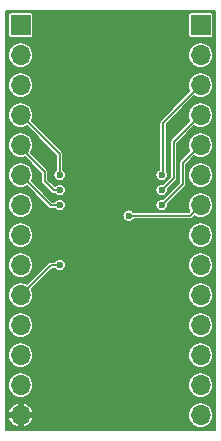
<source format=gbl>
G04 #@! TF.GenerationSoftware,KiCad,Pcbnew,(5.1.2-1)-1*
G04 #@! TF.CreationDate,2019-06-26T00:08:28-04:00*
G04 #@! TF.ProjectId,28SF8148,32385346-3831-4343-982e-6b696361645f,rev?*
G04 #@! TF.SameCoordinates,Original*
G04 #@! TF.FileFunction,Copper,L4,Bot*
G04 #@! TF.FilePolarity,Positive*
%FSLAX46Y46*%
G04 Gerber Fmt 4.6, Leading zero omitted, Abs format (unit mm)*
G04 Created by KiCad (PCBNEW (5.1.2-1)-1) date 2019-06-26 00:08:28*
%MOMM*%
%LPD*%
G04 APERTURE LIST*
%ADD10R,1.700000X1.700000*%
%ADD11O,1.700000X1.700000*%
%ADD12C,2.000000*%
%ADD13C,0.800000*%
%ADD14C,0.600000*%
%ADD15C,0.152400*%
G04 APERTURE END LIST*
D10*
X55880000Y-20320000D03*
D11*
X55880000Y-22860000D03*
X55880000Y-25400000D03*
X55880000Y-27940000D03*
X55880000Y-30480000D03*
X55880000Y-33020000D03*
X55880000Y-35560000D03*
X55880000Y-38100000D03*
X55880000Y-40640000D03*
X55880000Y-43180000D03*
X55880000Y-45720000D03*
X55880000Y-48260000D03*
X55880000Y-50800000D03*
X55880000Y-53340000D03*
D12*
X52070000Y-20320000D03*
X43180000Y-53340000D03*
D10*
X40640000Y-20320000D03*
D11*
X40640000Y-22860000D03*
X40640000Y-25400000D03*
X40640000Y-27940000D03*
X40640000Y-30480000D03*
X40640000Y-33020000D03*
X40640000Y-35560000D03*
X40640000Y-38100000D03*
X40640000Y-40640000D03*
X40640000Y-43180000D03*
X40640000Y-45720000D03*
X40640000Y-48260000D03*
X40640000Y-50800000D03*
X40640000Y-53340000D03*
D13*
X47879000Y-25400000D03*
X46736000Y-26670000D03*
X47879000Y-27940000D03*
D14*
X46990000Y-42418000D03*
X46990000Y-44958000D03*
X48260000Y-31242000D03*
X52070000Y-31242000D03*
X52070000Y-28702000D03*
X43942000Y-35560000D03*
X52578000Y-34290000D03*
X43942000Y-33020000D03*
X43942000Y-34290000D03*
X43942000Y-40640000D03*
X52578000Y-35560000D03*
X52578000Y-33020000D03*
X49784000Y-36449000D03*
D15*
X43180000Y-35560000D02*
X43942000Y-35560000D01*
X40640000Y-33020000D02*
X43180000Y-35560000D01*
X53594000Y-30226000D02*
X55880000Y-27940000D01*
X53594000Y-33274000D02*
X53594000Y-30226000D01*
X52578000Y-34290000D02*
X53594000Y-33274000D01*
X43942000Y-31242000D02*
X43942000Y-33020000D01*
X40640000Y-27940000D02*
X43942000Y-31242000D01*
X42672000Y-32766000D02*
X42672000Y-33528000D01*
X43434000Y-34290000D02*
X43942000Y-34290000D01*
X40640000Y-30734000D02*
X42672000Y-32766000D01*
X42672000Y-33528000D02*
X43434000Y-34290000D01*
X40640000Y-30480000D02*
X40640000Y-30734000D01*
X43180000Y-40640000D02*
X40640000Y-43180000D01*
X43942000Y-40640000D02*
X43180000Y-40640000D01*
X54356000Y-32004000D02*
X55880000Y-30480000D01*
X54356000Y-33782000D02*
X54356000Y-32004000D01*
X52578000Y-35560000D02*
X54356000Y-33782000D01*
X52705000Y-28575000D02*
X55880000Y-25400000D01*
X52705000Y-32893000D02*
X52705000Y-28575000D01*
X52578000Y-33020000D02*
X52705000Y-32893000D01*
X49784000Y-36449000D02*
X54991000Y-36449000D01*
X54991000Y-36449000D02*
X55880000Y-35560000D01*
G36*
X57100401Y-54560400D02*
G01*
X39419600Y-54560400D01*
X39419600Y-53678186D01*
X39615789Y-53678186D01*
X39676633Y-53825098D01*
X39789782Y-54003721D01*
X39935604Y-54156837D01*
X40108496Y-54278563D01*
X40301813Y-54364220D01*
X40466200Y-54347364D01*
X40466200Y-53513800D01*
X40813800Y-53513800D01*
X40813800Y-54347364D01*
X40978187Y-54364220D01*
X41171504Y-54278563D01*
X41344396Y-54156837D01*
X41490218Y-54003721D01*
X41603367Y-53825098D01*
X41664211Y-53678186D01*
X41646555Y-53513800D01*
X40813800Y-53513800D01*
X40466200Y-53513800D01*
X39633445Y-53513800D01*
X39615789Y-53678186D01*
X39419600Y-53678186D01*
X39419600Y-53340000D01*
X54796182Y-53340000D01*
X54817007Y-53551442D01*
X54878683Y-53754759D01*
X54978838Y-53942137D01*
X55113625Y-54106375D01*
X55277863Y-54241162D01*
X55465241Y-54341317D01*
X55668558Y-54402993D01*
X55827020Y-54418600D01*
X55932980Y-54418600D01*
X56091442Y-54402993D01*
X56294759Y-54341317D01*
X56482137Y-54241162D01*
X56646375Y-54106375D01*
X56781162Y-53942137D01*
X56881317Y-53754759D01*
X56942993Y-53551442D01*
X56963818Y-53340000D01*
X56942993Y-53128558D01*
X56881317Y-52925241D01*
X56781162Y-52737863D01*
X56646375Y-52573625D01*
X56482137Y-52438838D01*
X56294759Y-52338683D01*
X56091442Y-52277007D01*
X55932980Y-52261400D01*
X55827020Y-52261400D01*
X55668558Y-52277007D01*
X55465241Y-52338683D01*
X55277863Y-52438838D01*
X55113625Y-52573625D01*
X54978838Y-52737863D01*
X54878683Y-52925241D01*
X54817007Y-53128558D01*
X54796182Y-53340000D01*
X39419600Y-53340000D01*
X39419600Y-53001814D01*
X39615789Y-53001814D01*
X39633445Y-53166200D01*
X40466200Y-53166200D01*
X40466200Y-52332636D01*
X40813800Y-52332636D01*
X40813800Y-53166200D01*
X41646555Y-53166200D01*
X41664211Y-53001814D01*
X41603367Y-52854902D01*
X41490218Y-52676279D01*
X41344396Y-52523163D01*
X41171504Y-52401437D01*
X40978187Y-52315780D01*
X40813800Y-52332636D01*
X40466200Y-52332636D01*
X40301813Y-52315780D01*
X40108496Y-52401437D01*
X39935604Y-52523163D01*
X39789782Y-52676279D01*
X39676633Y-52854902D01*
X39615789Y-53001814D01*
X39419600Y-53001814D01*
X39419600Y-50800000D01*
X39556182Y-50800000D01*
X39577007Y-51011442D01*
X39638683Y-51214759D01*
X39738838Y-51402137D01*
X39873625Y-51566375D01*
X40037863Y-51701162D01*
X40225241Y-51801317D01*
X40428558Y-51862993D01*
X40587020Y-51878600D01*
X40692980Y-51878600D01*
X40851442Y-51862993D01*
X41054759Y-51801317D01*
X41242137Y-51701162D01*
X41406375Y-51566375D01*
X41541162Y-51402137D01*
X41641317Y-51214759D01*
X41702993Y-51011442D01*
X41723818Y-50800000D01*
X54796182Y-50800000D01*
X54817007Y-51011442D01*
X54878683Y-51214759D01*
X54978838Y-51402137D01*
X55113625Y-51566375D01*
X55277863Y-51701162D01*
X55465241Y-51801317D01*
X55668558Y-51862993D01*
X55827020Y-51878600D01*
X55932980Y-51878600D01*
X56091442Y-51862993D01*
X56294759Y-51801317D01*
X56482137Y-51701162D01*
X56646375Y-51566375D01*
X56781162Y-51402137D01*
X56881317Y-51214759D01*
X56942993Y-51011442D01*
X56963818Y-50800000D01*
X56942993Y-50588558D01*
X56881317Y-50385241D01*
X56781162Y-50197863D01*
X56646375Y-50033625D01*
X56482137Y-49898838D01*
X56294759Y-49798683D01*
X56091442Y-49737007D01*
X55932980Y-49721400D01*
X55827020Y-49721400D01*
X55668558Y-49737007D01*
X55465241Y-49798683D01*
X55277863Y-49898838D01*
X55113625Y-50033625D01*
X54978838Y-50197863D01*
X54878683Y-50385241D01*
X54817007Y-50588558D01*
X54796182Y-50800000D01*
X41723818Y-50800000D01*
X41702993Y-50588558D01*
X41641317Y-50385241D01*
X41541162Y-50197863D01*
X41406375Y-50033625D01*
X41242137Y-49898838D01*
X41054759Y-49798683D01*
X40851442Y-49737007D01*
X40692980Y-49721400D01*
X40587020Y-49721400D01*
X40428558Y-49737007D01*
X40225241Y-49798683D01*
X40037863Y-49898838D01*
X39873625Y-50033625D01*
X39738838Y-50197863D01*
X39638683Y-50385241D01*
X39577007Y-50588558D01*
X39556182Y-50800000D01*
X39419600Y-50800000D01*
X39419600Y-48260000D01*
X39556182Y-48260000D01*
X39577007Y-48471442D01*
X39638683Y-48674759D01*
X39738838Y-48862137D01*
X39873625Y-49026375D01*
X40037863Y-49161162D01*
X40225241Y-49261317D01*
X40428558Y-49322993D01*
X40587020Y-49338600D01*
X40692980Y-49338600D01*
X40851442Y-49322993D01*
X41054759Y-49261317D01*
X41242137Y-49161162D01*
X41406375Y-49026375D01*
X41541162Y-48862137D01*
X41641317Y-48674759D01*
X41702993Y-48471442D01*
X41723818Y-48260000D01*
X54796182Y-48260000D01*
X54817007Y-48471442D01*
X54878683Y-48674759D01*
X54978838Y-48862137D01*
X55113625Y-49026375D01*
X55277863Y-49161162D01*
X55465241Y-49261317D01*
X55668558Y-49322993D01*
X55827020Y-49338600D01*
X55932980Y-49338600D01*
X56091442Y-49322993D01*
X56294759Y-49261317D01*
X56482137Y-49161162D01*
X56646375Y-49026375D01*
X56781162Y-48862137D01*
X56881317Y-48674759D01*
X56942993Y-48471442D01*
X56963818Y-48260000D01*
X56942993Y-48048558D01*
X56881317Y-47845241D01*
X56781162Y-47657863D01*
X56646375Y-47493625D01*
X56482137Y-47358838D01*
X56294759Y-47258683D01*
X56091442Y-47197007D01*
X55932980Y-47181400D01*
X55827020Y-47181400D01*
X55668558Y-47197007D01*
X55465241Y-47258683D01*
X55277863Y-47358838D01*
X55113625Y-47493625D01*
X54978838Y-47657863D01*
X54878683Y-47845241D01*
X54817007Y-48048558D01*
X54796182Y-48260000D01*
X41723818Y-48260000D01*
X41702993Y-48048558D01*
X41641317Y-47845241D01*
X41541162Y-47657863D01*
X41406375Y-47493625D01*
X41242137Y-47358838D01*
X41054759Y-47258683D01*
X40851442Y-47197007D01*
X40692980Y-47181400D01*
X40587020Y-47181400D01*
X40428558Y-47197007D01*
X40225241Y-47258683D01*
X40037863Y-47358838D01*
X39873625Y-47493625D01*
X39738838Y-47657863D01*
X39638683Y-47845241D01*
X39577007Y-48048558D01*
X39556182Y-48260000D01*
X39419600Y-48260000D01*
X39419600Y-45720000D01*
X39556182Y-45720000D01*
X39577007Y-45931442D01*
X39638683Y-46134759D01*
X39738838Y-46322137D01*
X39873625Y-46486375D01*
X40037863Y-46621162D01*
X40225241Y-46721317D01*
X40428558Y-46782993D01*
X40587020Y-46798600D01*
X40692980Y-46798600D01*
X40851442Y-46782993D01*
X41054759Y-46721317D01*
X41242137Y-46621162D01*
X41406375Y-46486375D01*
X41541162Y-46322137D01*
X41641317Y-46134759D01*
X41702993Y-45931442D01*
X41723818Y-45720000D01*
X54796182Y-45720000D01*
X54817007Y-45931442D01*
X54878683Y-46134759D01*
X54978838Y-46322137D01*
X55113625Y-46486375D01*
X55277863Y-46621162D01*
X55465241Y-46721317D01*
X55668558Y-46782993D01*
X55827020Y-46798600D01*
X55932980Y-46798600D01*
X56091442Y-46782993D01*
X56294759Y-46721317D01*
X56482137Y-46621162D01*
X56646375Y-46486375D01*
X56781162Y-46322137D01*
X56881317Y-46134759D01*
X56942993Y-45931442D01*
X56963818Y-45720000D01*
X56942993Y-45508558D01*
X56881317Y-45305241D01*
X56781162Y-45117863D01*
X56646375Y-44953625D01*
X56482137Y-44818838D01*
X56294759Y-44718683D01*
X56091442Y-44657007D01*
X55932980Y-44641400D01*
X55827020Y-44641400D01*
X55668558Y-44657007D01*
X55465241Y-44718683D01*
X55277863Y-44818838D01*
X55113625Y-44953625D01*
X54978838Y-45117863D01*
X54878683Y-45305241D01*
X54817007Y-45508558D01*
X54796182Y-45720000D01*
X41723818Y-45720000D01*
X41702993Y-45508558D01*
X41641317Y-45305241D01*
X41541162Y-45117863D01*
X41406375Y-44953625D01*
X41242137Y-44818838D01*
X41054759Y-44718683D01*
X40851442Y-44657007D01*
X40692980Y-44641400D01*
X40587020Y-44641400D01*
X40428558Y-44657007D01*
X40225241Y-44718683D01*
X40037863Y-44818838D01*
X39873625Y-44953625D01*
X39738838Y-45117863D01*
X39638683Y-45305241D01*
X39577007Y-45508558D01*
X39556182Y-45720000D01*
X39419600Y-45720000D01*
X39419600Y-43180000D01*
X39556182Y-43180000D01*
X39577007Y-43391442D01*
X39638683Y-43594759D01*
X39738838Y-43782137D01*
X39873625Y-43946375D01*
X40037863Y-44081162D01*
X40225241Y-44181317D01*
X40428558Y-44242993D01*
X40587020Y-44258600D01*
X40692980Y-44258600D01*
X40851442Y-44242993D01*
X41054759Y-44181317D01*
X41242137Y-44081162D01*
X41406375Y-43946375D01*
X41541162Y-43782137D01*
X41641317Y-43594759D01*
X41702993Y-43391442D01*
X41723818Y-43180000D01*
X54796182Y-43180000D01*
X54817007Y-43391442D01*
X54878683Y-43594759D01*
X54978838Y-43782137D01*
X55113625Y-43946375D01*
X55277863Y-44081162D01*
X55465241Y-44181317D01*
X55668558Y-44242993D01*
X55827020Y-44258600D01*
X55932980Y-44258600D01*
X56091442Y-44242993D01*
X56294759Y-44181317D01*
X56482137Y-44081162D01*
X56646375Y-43946375D01*
X56781162Y-43782137D01*
X56881317Y-43594759D01*
X56942993Y-43391442D01*
X56963818Y-43180000D01*
X56942993Y-42968558D01*
X56881317Y-42765241D01*
X56781162Y-42577863D01*
X56646375Y-42413625D01*
X56482137Y-42278838D01*
X56294759Y-42178683D01*
X56091442Y-42117007D01*
X55932980Y-42101400D01*
X55827020Y-42101400D01*
X55668558Y-42117007D01*
X55465241Y-42178683D01*
X55277863Y-42278838D01*
X55113625Y-42413625D01*
X54978838Y-42577863D01*
X54878683Y-42765241D01*
X54817007Y-42968558D01*
X54796182Y-43180000D01*
X41723818Y-43180000D01*
X41702993Y-42968558D01*
X41641317Y-42765241D01*
X41587150Y-42663901D01*
X43306252Y-40944800D01*
X43509918Y-40944800D01*
X43531409Y-40976963D01*
X43605037Y-41050591D01*
X43691614Y-41108440D01*
X43787813Y-41148287D01*
X43889937Y-41168600D01*
X43994063Y-41168600D01*
X44096187Y-41148287D01*
X44192386Y-41108440D01*
X44278963Y-41050591D01*
X44352591Y-40976963D01*
X44410440Y-40890386D01*
X44450287Y-40794187D01*
X44470600Y-40692063D01*
X44470600Y-40640000D01*
X54796182Y-40640000D01*
X54817007Y-40851442D01*
X54878683Y-41054759D01*
X54978838Y-41242137D01*
X55113625Y-41406375D01*
X55277863Y-41541162D01*
X55465241Y-41641317D01*
X55668558Y-41702993D01*
X55827020Y-41718600D01*
X55932980Y-41718600D01*
X56091442Y-41702993D01*
X56294759Y-41641317D01*
X56482137Y-41541162D01*
X56646375Y-41406375D01*
X56781162Y-41242137D01*
X56881317Y-41054759D01*
X56942993Y-40851442D01*
X56963818Y-40640000D01*
X56942993Y-40428558D01*
X56881317Y-40225241D01*
X56781162Y-40037863D01*
X56646375Y-39873625D01*
X56482137Y-39738838D01*
X56294759Y-39638683D01*
X56091442Y-39577007D01*
X55932980Y-39561400D01*
X55827020Y-39561400D01*
X55668558Y-39577007D01*
X55465241Y-39638683D01*
X55277863Y-39738838D01*
X55113625Y-39873625D01*
X54978838Y-40037863D01*
X54878683Y-40225241D01*
X54817007Y-40428558D01*
X54796182Y-40640000D01*
X44470600Y-40640000D01*
X44470600Y-40587937D01*
X44450287Y-40485813D01*
X44410440Y-40389614D01*
X44352591Y-40303037D01*
X44278963Y-40229409D01*
X44192386Y-40171560D01*
X44096187Y-40131713D01*
X43994063Y-40111400D01*
X43889937Y-40111400D01*
X43787813Y-40131713D01*
X43691614Y-40171560D01*
X43605037Y-40229409D01*
X43531409Y-40303037D01*
X43509918Y-40335200D01*
X43194957Y-40335200D01*
X43179999Y-40333727D01*
X43165041Y-40335200D01*
X43165034Y-40335200D01*
X43125889Y-40339055D01*
X43120248Y-40339611D01*
X43102819Y-40344898D01*
X43062794Y-40357040D01*
X43009843Y-40385342D01*
X42963432Y-40423432D01*
X42953892Y-40435056D01*
X41156099Y-42232850D01*
X41054759Y-42178683D01*
X40851442Y-42117007D01*
X40692980Y-42101400D01*
X40587020Y-42101400D01*
X40428558Y-42117007D01*
X40225241Y-42178683D01*
X40037863Y-42278838D01*
X39873625Y-42413625D01*
X39738838Y-42577863D01*
X39638683Y-42765241D01*
X39577007Y-42968558D01*
X39556182Y-43180000D01*
X39419600Y-43180000D01*
X39419600Y-40640000D01*
X39556182Y-40640000D01*
X39577007Y-40851442D01*
X39638683Y-41054759D01*
X39738838Y-41242137D01*
X39873625Y-41406375D01*
X40037863Y-41541162D01*
X40225241Y-41641317D01*
X40428558Y-41702993D01*
X40587020Y-41718600D01*
X40692980Y-41718600D01*
X40851442Y-41702993D01*
X41054759Y-41641317D01*
X41242137Y-41541162D01*
X41406375Y-41406375D01*
X41541162Y-41242137D01*
X41641317Y-41054759D01*
X41702993Y-40851442D01*
X41723818Y-40640000D01*
X41702993Y-40428558D01*
X41641317Y-40225241D01*
X41541162Y-40037863D01*
X41406375Y-39873625D01*
X41242137Y-39738838D01*
X41054759Y-39638683D01*
X40851442Y-39577007D01*
X40692980Y-39561400D01*
X40587020Y-39561400D01*
X40428558Y-39577007D01*
X40225241Y-39638683D01*
X40037863Y-39738838D01*
X39873625Y-39873625D01*
X39738838Y-40037863D01*
X39638683Y-40225241D01*
X39577007Y-40428558D01*
X39556182Y-40640000D01*
X39419600Y-40640000D01*
X39419600Y-38100000D01*
X39556182Y-38100000D01*
X39577007Y-38311442D01*
X39638683Y-38514759D01*
X39738838Y-38702137D01*
X39873625Y-38866375D01*
X40037863Y-39001162D01*
X40225241Y-39101317D01*
X40428558Y-39162993D01*
X40587020Y-39178600D01*
X40692980Y-39178600D01*
X40851442Y-39162993D01*
X41054759Y-39101317D01*
X41242137Y-39001162D01*
X41406375Y-38866375D01*
X41541162Y-38702137D01*
X41641317Y-38514759D01*
X41702993Y-38311442D01*
X41723818Y-38100000D01*
X54796182Y-38100000D01*
X54817007Y-38311442D01*
X54878683Y-38514759D01*
X54978838Y-38702137D01*
X55113625Y-38866375D01*
X55277863Y-39001162D01*
X55465241Y-39101317D01*
X55668558Y-39162993D01*
X55827020Y-39178600D01*
X55932980Y-39178600D01*
X56091442Y-39162993D01*
X56294759Y-39101317D01*
X56482137Y-39001162D01*
X56646375Y-38866375D01*
X56781162Y-38702137D01*
X56881317Y-38514759D01*
X56942993Y-38311442D01*
X56963818Y-38100000D01*
X56942993Y-37888558D01*
X56881317Y-37685241D01*
X56781162Y-37497863D01*
X56646375Y-37333625D01*
X56482137Y-37198838D01*
X56294759Y-37098683D01*
X56091442Y-37037007D01*
X55932980Y-37021400D01*
X55827020Y-37021400D01*
X55668558Y-37037007D01*
X55465241Y-37098683D01*
X55277863Y-37198838D01*
X55113625Y-37333625D01*
X54978838Y-37497863D01*
X54878683Y-37685241D01*
X54817007Y-37888558D01*
X54796182Y-38100000D01*
X41723818Y-38100000D01*
X41702993Y-37888558D01*
X41641317Y-37685241D01*
X41541162Y-37497863D01*
X41406375Y-37333625D01*
X41242137Y-37198838D01*
X41054759Y-37098683D01*
X40851442Y-37037007D01*
X40692980Y-37021400D01*
X40587020Y-37021400D01*
X40428558Y-37037007D01*
X40225241Y-37098683D01*
X40037863Y-37198838D01*
X39873625Y-37333625D01*
X39738838Y-37497863D01*
X39638683Y-37685241D01*
X39577007Y-37888558D01*
X39556182Y-38100000D01*
X39419600Y-38100000D01*
X39419600Y-35560000D01*
X39556182Y-35560000D01*
X39577007Y-35771442D01*
X39638683Y-35974759D01*
X39738838Y-36162137D01*
X39873625Y-36326375D01*
X40037863Y-36461162D01*
X40225241Y-36561317D01*
X40428558Y-36622993D01*
X40587020Y-36638600D01*
X40692980Y-36638600D01*
X40851442Y-36622993D01*
X41054759Y-36561317D01*
X41242137Y-36461162D01*
X41320395Y-36396937D01*
X49255400Y-36396937D01*
X49255400Y-36501063D01*
X49275713Y-36603187D01*
X49315560Y-36699386D01*
X49373409Y-36785963D01*
X49447037Y-36859591D01*
X49533614Y-36917440D01*
X49629813Y-36957287D01*
X49731937Y-36977600D01*
X49836063Y-36977600D01*
X49938187Y-36957287D01*
X50034386Y-36917440D01*
X50120963Y-36859591D01*
X50194591Y-36785963D01*
X50216082Y-36753800D01*
X54976042Y-36753800D01*
X54991000Y-36755273D01*
X55005958Y-36753800D01*
X55005966Y-36753800D01*
X55050751Y-36749389D01*
X55108206Y-36731960D01*
X55161157Y-36703658D01*
X55207568Y-36665568D01*
X55217112Y-36653939D01*
X55363901Y-36507150D01*
X55465241Y-36561317D01*
X55668558Y-36622993D01*
X55827020Y-36638600D01*
X55932980Y-36638600D01*
X56091442Y-36622993D01*
X56294759Y-36561317D01*
X56482137Y-36461162D01*
X56646375Y-36326375D01*
X56781162Y-36162137D01*
X56881317Y-35974759D01*
X56942993Y-35771442D01*
X56963818Y-35560000D01*
X56942993Y-35348558D01*
X56881317Y-35145241D01*
X56781162Y-34957863D01*
X56646375Y-34793625D01*
X56482137Y-34658838D01*
X56294759Y-34558683D01*
X56091442Y-34497007D01*
X55932980Y-34481400D01*
X55827020Y-34481400D01*
X55668558Y-34497007D01*
X55465241Y-34558683D01*
X55277863Y-34658838D01*
X55113625Y-34793625D01*
X54978838Y-34957863D01*
X54878683Y-35145241D01*
X54817007Y-35348558D01*
X54796182Y-35560000D01*
X54817007Y-35771442D01*
X54878683Y-35974759D01*
X54932850Y-36076099D01*
X54864749Y-36144200D01*
X50216082Y-36144200D01*
X50194591Y-36112037D01*
X50120963Y-36038409D01*
X50034386Y-35980560D01*
X49938187Y-35940713D01*
X49836063Y-35920400D01*
X49731937Y-35920400D01*
X49629813Y-35940713D01*
X49533614Y-35980560D01*
X49447037Y-36038409D01*
X49373409Y-36112037D01*
X49315560Y-36198614D01*
X49275713Y-36294813D01*
X49255400Y-36396937D01*
X41320395Y-36396937D01*
X41406375Y-36326375D01*
X41541162Y-36162137D01*
X41641317Y-35974759D01*
X41702993Y-35771442D01*
X41723818Y-35560000D01*
X41702993Y-35348558D01*
X41641317Y-35145241D01*
X41541162Y-34957863D01*
X41406375Y-34793625D01*
X41242137Y-34658838D01*
X41054759Y-34558683D01*
X40851442Y-34497007D01*
X40692980Y-34481400D01*
X40587020Y-34481400D01*
X40428558Y-34497007D01*
X40225241Y-34558683D01*
X40037863Y-34658838D01*
X39873625Y-34793625D01*
X39738838Y-34957863D01*
X39638683Y-35145241D01*
X39577007Y-35348558D01*
X39556182Y-35560000D01*
X39419600Y-35560000D01*
X39419600Y-33020000D01*
X39556182Y-33020000D01*
X39577007Y-33231442D01*
X39638683Y-33434759D01*
X39738838Y-33622137D01*
X39873625Y-33786375D01*
X40037863Y-33921162D01*
X40225241Y-34021317D01*
X40428558Y-34082993D01*
X40587020Y-34098600D01*
X40692980Y-34098600D01*
X40851442Y-34082993D01*
X41054759Y-34021317D01*
X41156099Y-33967150D01*
X42953892Y-35764944D01*
X42963432Y-35776568D01*
X43009843Y-35814658D01*
X43062794Y-35842960D01*
X43102819Y-35855102D01*
X43120248Y-35860389D01*
X43125889Y-35860945D01*
X43165034Y-35864800D01*
X43165041Y-35864800D01*
X43179999Y-35866273D01*
X43194957Y-35864800D01*
X43509918Y-35864800D01*
X43531409Y-35896963D01*
X43605037Y-35970591D01*
X43691614Y-36028440D01*
X43787813Y-36068287D01*
X43889937Y-36088600D01*
X43994063Y-36088600D01*
X44096187Y-36068287D01*
X44192386Y-36028440D01*
X44278963Y-35970591D01*
X44352591Y-35896963D01*
X44410440Y-35810386D01*
X44450287Y-35714187D01*
X44470600Y-35612063D01*
X44470600Y-35507937D01*
X52049400Y-35507937D01*
X52049400Y-35612063D01*
X52069713Y-35714187D01*
X52109560Y-35810386D01*
X52167409Y-35896963D01*
X52241037Y-35970591D01*
X52327614Y-36028440D01*
X52423813Y-36068287D01*
X52525937Y-36088600D01*
X52630063Y-36088600D01*
X52732187Y-36068287D01*
X52828386Y-36028440D01*
X52914963Y-35970591D01*
X52988591Y-35896963D01*
X53046440Y-35810386D01*
X53086287Y-35714187D01*
X53106600Y-35612063D01*
X53106600Y-35507937D01*
X53099054Y-35469998D01*
X54560945Y-34008107D01*
X54572568Y-33998568D01*
X54610658Y-33952157D01*
X54638960Y-33899206D01*
X54638960Y-33899205D01*
X54656389Y-33841752D01*
X54657705Y-33828389D01*
X54660800Y-33796966D01*
X54660800Y-33796958D01*
X54662273Y-33782000D01*
X54660800Y-33767042D01*
X54660800Y-33020000D01*
X54796182Y-33020000D01*
X54817007Y-33231442D01*
X54878683Y-33434759D01*
X54978838Y-33622137D01*
X55113625Y-33786375D01*
X55277863Y-33921162D01*
X55465241Y-34021317D01*
X55668558Y-34082993D01*
X55827020Y-34098600D01*
X55932980Y-34098600D01*
X56091442Y-34082993D01*
X56294759Y-34021317D01*
X56482137Y-33921162D01*
X56646375Y-33786375D01*
X56781162Y-33622137D01*
X56881317Y-33434759D01*
X56942993Y-33231442D01*
X56963818Y-33020000D01*
X56942993Y-32808558D01*
X56881317Y-32605241D01*
X56781162Y-32417863D01*
X56646375Y-32253625D01*
X56482137Y-32118838D01*
X56294759Y-32018683D01*
X56091442Y-31957007D01*
X55932980Y-31941400D01*
X55827020Y-31941400D01*
X55668558Y-31957007D01*
X55465241Y-32018683D01*
X55277863Y-32118838D01*
X55113625Y-32253625D01*
X54978838Y-32417863D01*
X54878683Y-32605241D01*
X54817007Y-32808558D01*
X54796182Y-33020000D01*
X54660800Y-33020000D01*
X54660800Y-32130251D01*
X55363901Y-31427150D01*
X55465241Y-31481317D01*
X55668558Y-31542993D01*
X55827020Y-31558600D01*
X55932980Y-31558600D01*
X56091442Y-31542993D01*
X56294759Y-31481317D01*
X56482137Y-31381162D01*
X56646375Y-31246375D01*
X56781162Y-31082137D01*
X56881317Y-30894759D01*
X56942993Y-30691442D01*
X56963818Y-30480000D01*
X56942993Y-30268558D01*
X56881317Y-30065241D01*
X56781162Y-29877863D01*
X56646375Y-29713625D01*
X56482137Y-29578838D01*
X56294759Y-29478683D01*
X56091442Y-29417007D01*
X55932980Y-29401400D01*
X55827020Y-29401400D01*
X55668558Y-29417007D01*
X55465241Y-29478683D01*
X55277863Y-29578838D01*
X55113625Y-29713625D01*
X54978838Y-29877863D01*
X54878683Y-30065241D01*
X54817007Y-30268558D01*
X54796182Y-30480000D01*
X54817007Y-30691442D01*
X54878683Y-30894759D01*
X54932850Y-30996099D01*
X54151057Y-31777892D01*
X54139433Y-31787432D01*
X54101343Y-31833843D01*
X54086215Y-31862146D01*
X54073040Y-31886795D01*
X54055611Y-31944249D01*
X54049727Y-32004000D01*
X54051201Y-32018968D01*
X54051200Y-33655748D01*
X52668002Y-35038946D01*
X52630063Y-35031400D01*
X52525937Y-35031400D01*
X52423813Y-35051713D01*
X52327614Y-35091560D01*
X52241037Y-35149409D01*
X52167409Y-35223037D01*
X52109560Y-35309614D01*
X52069713Y-35405813D01*
X52049400Y-35507937D01*
X44470600Y-35507937D01*
X44450287Y-35405813D01*
X44410440Y-35309614D01*
X44352591Y-35223037D01*
X44278963Y-35149409D01*
X44192386Y-35091560D01*
X44096187Y-35051713D01*
X43994063Y-35031400D01*
X43889937Y-35031400D01*
X43787813Y-35051713D01*
X43691614Y-35091560D01*
X43605037Y-35149409D01*
X43531409Y-35223037D01*
X43509918Y-35255200D01*
X43306252Y-35255200D01*
X41587150Y-33536099D01*
X41641317Y-33434759D01*
X41702993Y-33231442D01*
X41723818Y-33020000D01*
X41702993Y-32808558D01*
X41641317Y-32605241D01*
X41541162Y-32417863D01*
X41406375Y-32253625D01*
X41242137Y-32118838D01*
X41054759Y-32018683D01*
X40851442Y-31957007D01*
X40692980Y-31941400D01*
X40587020Y-31941400D01*
X40428558Y-31957007D01*
X40225241Y-32018683D01*
X40037863Y-32118838D01*
X39873625Y-32253625D01*
X39738838Y-32417863D01*
X39638683Y-32605241D01*
X39577007Y-32808558D01*
X39556182Y-33020000D01*
X39419600Y-33020000D01*
X39419600Y-30480000D01*
X39556182Y-30480000D01*
X39577007Y-30691442D01*
X39638683Y-30894759D01*
X39738838Y-31082137D01*
X39873625Y-31246375D01*
X40037863Y-31381162D01*
X40225241Y-31481317D01*
X40428558Y-31542993D01*
X40587020Y-31558600D01*
X40692980Y-31558600D01*
X40851442Y-31542993D01*
X40979190Y-31504241D01*
X42367200Y-32892252D01*
X42367201Y-33513032D01*
X42365727Y-33528000D01*
X42371611Y-33587751D01*
X42389040Y-33645205D01*
X42389041Y-33645206D01*
X42417343Y-33698157D01*
X42455433Y-33744568D01*
X42467057Y-33754108D01*
X43207892Y-34494944D01*
X43217432Y-34506568D01*
X43263843Y-34544658D01*
X43316794Y-34572960D01*
X43374248Y-34590389D01*
X43379403Y-34590897D01*
X43419034Y-34594800D01*
X43419042Y-34594800D01*
X43434000Y-34596273D01*
X43448958Y-34594800D01*
X43509918Y-34594800D01*
X43531409Y-34626963D01*
X43605037Y-34700591D01*
X43691614Y-34758440D01*
X43787813Y-34798287D01*
X43889937Y-34818600D01*
X43994063Y-34818600D01*
X44096187Y-34798287D01*
X44192386Y-34758440D01*
X44278963Y-34700591D01*
X44352591Y-34626963D01*
X44410440Y-34540386D01*
X44450287Y-34444187D01*
X44470600Y-34342063D01*
X44470600Y-34237937D01*
X52049400Y-34237937D01*
X52049400Y-34342063D01*
X52069713Y-34444187D01*
X52109560Y-34540386D01*
X52167409Y-34626963D01*
X52241037Y-34700591D01*
X52327614Y-34758440D01*
X52423813Y-34798287D01*
X52525937Y-34818600D01*
X52630063Y-34818600D01*
X52732187Y-34798287D01*
X52828386Y-34758440D01*
X52914963Y-34700591D01*
X52988591Y-34626963D01*
X53046440Y-34540386D01*
X53086287Y-34444187D01*
X53106600Y-34342063D01*
X53106600Y-34237937D01*
X53099054Y-34199998D01*
X53798945Y-33500107D01*
X53810568Y-33490568D01*
X53848658Y-33444157D01*
X53876960Y-33391206D01*
X53876960Y-33391205D01*
X53894389Y-33333752D01*
X53895125Y-33326274D01*
X53898800Y-33288966D01*
X53898800Y-33288958D01*
X53900273Y-33274000D01*
X53898800Y-33259042D01*
X53898800Y-30352251D01*
X55363901Y-28887150D01*
X55465241Y-28941317D01*
X55668558Y-29002993D01*
X55827020Y-29018600D01*
X55932980Y-29018600D01*
X56091442Y-29002993D01*
X56294759Y-28941317D01*
X56482137Y-28841162D01*
X56646375Y-28706375D01*
X56781162Y-28542137D01*
X56881317Y-28354759D01*
X56942993Y-28151442D01*
X56963818Y-27940000D01*
X56942993Y-27728558D01*
X56881317Y-27525241D01*
X56781162Y-27337863D01*
X56646375Y-27173625D01*
X56482137Y-27038838D01*
X56294759Y-26938683D01*
X56091442Y-26877007D01*
X55932980Y-26861400D01*
X55827020Y-26861400D01*
X55668558Y-26877007D01*
X55465241Y-26938683D01*
X55277863Y-27038838D01*
X55113625Y-27173625D01*
X54978838Y-27337863D01*
X54878683Y-27525241D01*
X54817007Y-27728558D01*
X54796182Y-27940000D01*
X54817007Y-28151442D01*
X54878683Y-28354759D01*
X54932850Y-28456099D01*
X53389057Y-29999892D01*
X53377433Y-30009432D01*
X53339343Y-30055843D01*
X53334320Y-30065241D01*
X53311040Y-30108795D01*
X53293611Y-30166249D01*
X53287727Y-30226000D01*
X53289201Y-30240968D01*
X53289200Y-33147748D01*
X52668002Y-33768946D01*
X52630063Y-33761400D01*
X52525937Y-33761400D01*
X52423813Y-33781713D01*
X52327614Y-33821560D01*
X52241037Y-33879409D01*
X52167409Y-33953037D01*
X52109560Y-34039614D01*
X52069713Y-34135813D01*
X52049400Y-34237937D01*
X44470600Y-34237937D01*
X44450287Y-34135813D01*
X44410440Y-34039614D01*
X44352591Y-33953037D01*
X44278963Y-33879409D01*
X44192386Y-33821560D01*
X44096187Y-33781713D01*
X43994063Y-33761400D01*
X43889937Y-33761400D01*
X43787813Y-33781713D01*
X43691614Y-33821560D01*
X43605037Y-33879409D01*
X43531409Y-33953037D01*
X43530079Y-33955027D01*
X42976800Y-33401749D01*
X42976800Y-32780958D01*
X42978273Y-32766000D01*
X42976800Y-32751042D01*
X42976800Y-32751034D01*
X42972389Y-32706249D01*
X42954960Y-32648794D01*
X42926658Y-32595843D01*
X42888568Y-32549432D01*
X42876945Y-32539893D01*
X41486182Y-31149130D01*
X41541162Y-31082137D01*
X41641317Y-30894759D01*
X41702993Y-30691442D01*
X41723818Y-30480000D01*
X41702993Y-30268558D01*
X41641317Y-30065241D01*
X41541162Y-29877863D01*
X41406375Y-29713625D01*
X41242137Y-29578838D01*
X41054759Y-29478683D01*
X40851442Y-29417007D01*
X40692980Y-29401400D01*
X40587020Y-29401400D01*
X40428558Y-29417007D01*
X40225241Y-29478683D01*
X40037863Y-29578838D01*
X39873625Y-29713625D01*
X39738838Y-29877863D01*
X39638683Y-30065241D01*
X39577007Y-30268558D01*
X39556182Y-30480000D01*
X39419600Y-30480000D01*
X39419600Y-27940000D01*
X39556182Y-27940000D01*
X39577007Y-28151442D01*
X39638683Y-28354759D01*
X39738838Y-28542137D01*
X39873625Y-28706375D01*
X40037863Y-28841162D01*
X40225241Y-28941317D01*
X40428558Y-29002993D01*
X40587020Y-29018600D01*
X40692980Y-29018600D01*
X40851442Y-29002993D01*
X41054759Y-28941317D01*
X41156099Y-28887150D01*
X43637200Y-31368252D01*
X43637201Y-32587918D01*
X43605037Y-32609409D01*
X43531409Y-32683037D01*
X43473560Y-32769614D01*
X43433713Y-32865813D01*
X43413400Y-32967937D01*
X43413400Y-33072063D01*
X43433713Y-33174187D01*
X43473560Y-33270386D01*
X43531409Y-33356963D01*
X43605037Y-33430591D01*
X43691614Y-33488440D01*
X43787813Y-33528287D01*
X43889937Y-33548600D01*
X43994063Y-33548600D01*
X44096187Y-33528287D01*
X44192386Y-33488440D01*
X44278963Y-33430591D01*
X44352591Y-33356963D01*
X44410440Y-33270386D01*
X44450287Y-33174187D01*
X44470600Y-33072063D01*
X44470600Y-32967937D01*
X52049400Y-32967937D01*
X52049400Y-33072063D01*
X52069713Y-33174187D01*
X52109560Y-33270386D01*
X52167409Y-33356963D01*
X52241037Y-33430591D01*
X52327614Y-33488440D01*
X52423813Y-33528287D01*
X52525937Y-33548600D01*
X52630063Y-33548600D01*
X52732187Y-33528287D01*
X52828386Y-33488440D01*
X52914963Y-33430591D01*
X52988591Y-33356963D01*
X53046440Y-33270386D01*
X53086287Y-33174187D01*
X53106600Y-33072063D01*
X53106600Y-32967937D01*
X53086287Y-32865813D01*
X53046440Y-32769614D01*
X53009800Y-32714778D01*
X53009800Y-28701251D01*
X55363902Y-26347150D01*
X55465241Y-26401317D01*
X55668558Y-26462993D01*
X55827020Y-26478600D01*
X55932980Y-26478600D01*
X56091442Y-26462993D01*
X56294759Y-26401317D01*
X56482137Y-26301162D01*
X56646375Y-26166375D01*
X56781162Y-26002137D01*
X56881317Y-25814759D01*
X56942993Y-25611442D01*
X56963818Y-25400000D01*
X56942993Y-25188558D01*
X56881317Y-24985241D01*
X56781162Y-24797863D01*
X56646375Y-24633625D01*
X56482137Y-24498838D01*
X56294759Y-24398683D01*
X56091442Y-24337007D01*
X55932980Y-24321400D01*
X55827020Y-24321400D01*
X55668558Y-24337007D01*
X55465241Y-24398683D01*
X55277863Y-24498838D01*
X55113625Y-24633625D01*
X54978838Y-24797863D01*
X54878683Y-24985241D01*
X54817007Y-25188558D01*
X54796182Y-25400000D01*
X54817007Y-25611442D01*
X54878683Y-25814759D01*
X54932850Y-25916098D01*
X52500057Y-28348892D01*
X52488433Y-28358432D01*
X52450343Y-28404843D01*
X52435215Y-28433146D01*
X52422040Y-28457795D01*
X52404611Y-28515249D01*
X52398727Y-28575000D01*
X52400201Y-28589968D01*
X52400200Y-32521494D01*
X52327614Y-32551560D01*
X52241037Y-32609409D01*
X52167409Y-32683037D01*
X52109560Y-32769614D01*
X52069713Y-32865813D01*
X52049400Y-32967937D01*
X44470600Y-32967937D01*
X44450287Y-32865813D01*
X44410440Y-32769614D01*
X44352591Y-32683037D01*
X44278963Y-32609409D01*
X44246800Y-32587918D01*
X44246800Y-31256957D01*
X44248273Y-31241999D01*
X44246800Y-31227041D01*
X44246800Y-31227034D01*
X44242389Y-31182249D01*
X44224960Y-31124794D01*
X44196658Y-31071843D01*
X44158568Y-31025432D01*
X44146945Y-31015893D01*
X41587150Y-28456099D01*
X41641317Y-28354759D01*
X41702993Y-28151442D01*
X41723818Y-27940000D01*
X41702993Y-27728558D01*
X41641317Y-27525241D01*
X41541162Y-27337863D01*
X41406375Y-27173625D01*
X41242137Y-27038838D01*
X41054759Y-26938683D01*
X40851442Y-26877007D01*
X40692980Y-26861400D01*
X40587020Y-26861400D01*
X40428558Y-26877007D01*
X40225241Y-26938683D01*
X40037863Y-27038838D01*
X39873625Y-27173625D01*
X39738838Y-27337863D01*
X39638683Y-27525241D01*
X39577007Y-27728558D01*
X39556182Y-27940000D01*
X39419600Y-27940000D01*
X39419600Y-25400000D01*
X39556182Y-25400000D01*
X39577007Y-25611442D01*
X39638683Y-25814759D01*
X39738838Y-26002137D01*
X39873625Y-26166375D01*
X40037863Y-26301162D01*
X40225241Y-26401317D01*
X40428558Y-26462993D01*
X40587020Y-26478600D01*
X40692980Y-26478600D01*
X40851442Y-26462993D01*
X41054759Y-26401317D01*
X41242137Y-26301162D01*
X41406375Y-26166375D01*
X41541162Y-26002137D01*
X41641317Y-25814759D01*
X41702993Y-25611442D01*
X41723818Y-25400000D01*
X41702993Y-25188558D01*
X41641317Y-24985241D01*
X41541162Y-24797863D01*
X41406375Y-24633625D01*
X41242137Y-24498838D01*
X41054759Y-24398683D01*
X40851442Y-24337007D01*
X40692980Y-24321400D01*
X40587020Y-24321400D01*
X40428558Y-24337007D01*
X40225241Y-24398683D01*
X40037863Y-24498838D01*
X39873625Y-24633625D01*
X39738838Y-24797863D01*
X39638683Y-24985241D01*
X39577007Y-25188558D01*
X39556182Y-25400000D01*
X39419600Y-25400000D01*
X39419600Y-22860000D01*
X39556182Y-22860000D01*
X39577007Y-23071442D01*
X39638683Y-23274759D01*
X39738838Y-23462137D01*
X39873625Y-23626375D01*
X40037863Y-23761162D01*
X40225241Y-23861317D01*
X40428558Y-23922993D01*
X40587020Y-23938600D01*
X40692980Y-23938600D01*
X40851442Y-23922993D01*
X41054759Y-23861317D01*
X41242137Y-23761162D01*
X41406375Y-23626375D01*
X41541162Y-23462137D01*
X41641317Y-23274759D01*
X41702993Y-23071442D01*
X41723818Y-22860000D01*
X54796182Y-22860000D01*
X54817007Y-23071442D01*
X54878683Y-23274759D01*
X54978838Y-23462137D01*
X55113625Y-23626375D01*
X55277863Y-23761162D01*
X55465241Y-23861317D01*
X55668558Y-23922993D01*
X55827020Y-23938600D01*
X55932980Y-23938600D01*
X56091442Y-23922993D01*
X56294759Y-23861317D01*
X56482137Y-23761162D01*
X56646375Y-23626375D01*
X56781162Y-23462137D01*
X56881317Y-23274759D01*
X56942993Y-23071442D01*
X56963818Y-22860000D01*
X56942993Y-22648558D01*
X56881317Y-22445241D01*
X56781162Y-22257863D01*
X56646375Y-22093625D01*
X56482137Y-21958838D01*
X56294759Y-21858683D01*
X56091442Y-21797007D01*
X55932980Y-21781400D01*
X55827020Y-21781400D01*
X55668558Y-21797007D01*
X55465241Y-21858683D01*
X55277863Y-21958838D01*
X55113625Y-22093625D01*
X54978838Y-22257863D01*
X54878683Y-22445241D01*
X54817007Y-22648558D01*
X54796182Y-22860000D01*
X41723818Y-22860000D01*
X41702993Y-22648558D01*
X41641317Y-22445241D01*
X41541162Y-22257863D01*
X41406375Y-22093625D01*
X41242137Y-21958838D01*
X41054759Y-21858683D01*
X40851442Y-21797007D01*
X40692980Y-21781400D01*
X40587020Y-21781400D01*
X40428558Y-21797007D01*
X40225241Y-21858683D01*
X40037863Y-21958838D01*
X39873625Y-22093625D01*
X39738838Y-22257863D01*
X39638683Y-22445241D01*
X39577007Y-22648558D01*
X39556182Y-22860000D01*
X39419600Y-22860000D01*
X39419600Y-19470000D01*
X39560294Y-19470000D01*
X39560294Y-21170000D01*
X39564708Y-21214813D01*
X39577779Y-21257905D01*
X39599006Y-21297618D01*
X39627573Y-21332427D01*
X39662382Y-21360994D01*
X39702095Y-21382221D01*
X39745187Y-21395292D01*
X39790000Y-21399706D01*
X41490000Y-21399706D01*
X41534813Y-21395292D01*
X41577905Y-21382221D01*
X41617618Y-21360994D01*
X41652427Y-21332427D01*
X41680994Y-21297618D01*
X41702221Y-21257905D01*
X41715292Y-21214813D01*
X41719706Y-21170000D01*
X41719706Y-19470000D01*
X54800294Y-19470000D01*
X54800294Y-21170000D01*
X54804708Y-21214813D01*
X54817779Y-21257905D01*
X54839006Y-21297618D01*
X54867573Y-21332427D01*
X54902382Y-21360994D01*
X54942095Y-21382221D01*
X54985187Y-21395292D01*
X55030000Y-21399706D01*
X56730000Y-21399706D01*
X56774813Y-21395292D01*
X56817905Y-21382221D01*
X56857618Y-21360994D01*
X56892427Y-21332427D01*
X56920994Y-21297618D01*
X56942221Y-21257905D01*
X56955292Y-21214813D01*
X56959706Y-21170000D01*
X56959706Y-19470000D01*
X56955292Y-19425187D01*
X56942221Y-19382095D01*
X56920994Y-19342382D01*
X56892427Y-19307573D01*
X56857618Y-19279006D01*
X56817905Y-19257779D01*
X56774813Y-19244708D01*
X56730000Y-19240294D01*
X55030000Y-19240294D01*
X54985187Y-19244708D01*
X54942095Y-19257779D01*
X54902382Y-19279006D01*
X54867573Y-19307573D01*
X54839006Y-19342382D01*
X54817779Y-19382095D01*
X54804708Y-19425187D01*
X54800294Y-19470000D01*
X41719706Y-19470000D01*
X41715292Y-19425187D01*
X41702221Y-19382095D01*
X41680994Y-19342382D01*
X41652427Y-19307573D01*
X41617618Y-19279006D01*
X41577905Y-19257779D01*
X41534813Y-19244708D01*
X41490000Y-19240294D01*
X39790000Y-19240294D01*
X39745187Y-19244708D01*
X39702095Y-19257779D01*
X39662382Y-19279006D01*
X39627573Y-19307573D01*
X39599006Y-19342382D01*
X39577779Y-19382095D01*
X39564708Y-19425187D01*
X39560294Y-19470000D01*
X39419600Y-19470000D01*
X39419600Y-19099600D01*
X57100400Y-19099600D01*
X57100401Y-54560400D01*
X57100401Y-54560400D01*
G37*
X57100401Y-54560400D02*
X39419600Y-54560400D01*
X39419600Y-53678186D01*
X39615789Y-53678186D01*
X39676633Y-53825098D01*
X39789782Y-54003721D01*
X39935604Y-54156837D01*
X40108496Y-54278563D01*
X40301813Y-54364220D01*
X40466200Y-54347364D01*
X40466200Y-53513800D01*
X40813800Y-53513800D01*
X40813800Y-54347364D01*
X40978187Y-54364220D01*
X41171504Y-54278563D01*
X41344396Y-54156837D01*
X41490218Y-54003721D01*
X41603367Y-53825098D01*
X41664211Y-53678186D01*
X41646555Y-53513800D01*
X40813800Y-53513800D01*
X40466200Y-53513800D01*
X39633445Y-53513800D01*
X39615789Y-53678186D01*
X39419600Y-53678186D01*
X39419600Y-53340000D01*
X54796182Y-53340000D01*
X54817007Y-53551442D01*
X54878683Y-53754759D01*
X54978838Y-53942137D01*
X55113625Y-54106375D01*
X55277863Y-54241162D01*
X55465241Y-54341317D01*
X55668558Y-54402993D01*
X55827020Y-54418600D01*
X55932980Y-54418600D01*
X56091442Y-54402993D01*
X56294759Y-54341317D01*
X56482137Y-54241162D01*
X56646375Y-54106375D01*
X56781162Y-53942137D01*
X56881317Y-53754759D01*
X56942993Y-53551442D01*
X56963818Y-53340000D01*
X56942993Y-53128558D01*
X56881317Y-52925241D01*
X56781162Y-52737863D01*
X56646375Y-52573625D01*
X56482137Y-52438838D01*
X56294759Y-52338683D01*
X56091442Y-52277007D01*
X55932980Y-52261400D01*
X55827020Y-52261400D01*
X55668558Y-52277007D01*
X55465241Y-52338683D01*
X55277863Y-52438838D01*
X55113625Y-52573625D01*
X54978838Y-52737863D01*
X54878683Y-52925241D01*
X54817007Y-53128558D01*
X54796182Y-53340000D01*
X39419600Y-53340000D01*
X39419600Y-53001814D01*
X39615789Y-53001814D01*
X39633445Y-53166200D01*
X40466200Y-53166200D01*
X40466200Y-52332636D01*
X40813800Y-52332636D01*
X40813800Y-53166200D01*
X41646555Y-53166200D01*
X41664211Y-53001814D01*
X41603367Y-52854902D01*
X41490218Y-52676279D01*
X41344396Y-52523163D01*
X41171504Y-52401437D01*
X40978187Y-52315780D01*
X40813800Y-52332636D01*
X40466200Y-52332636D01*
X40301813Y-52315780D01*
X40108496Y-52401437D01*
X39935604Y-52523163D01*
X39789782Y-52676279D01*
X39676633Y-52854902D01*
X39615789Y-53001814D01*
X39419600Y-53001814D01*
X39419600Y-50800000D01*
X39556182Y-50800000D01*
X39577007Y-51011442D01*
X39638683Y-51214759D01*
X39738838Y-51402137D01*
X39873625Y-51566375D01*
X40037863Y-51701162D01*
X40225241Y-51801317D01*
X40428558Y-51862993D01*
X40587020Y-51878600D01*
X40692980Y-51878600D01*
X40851442Y-51862993D01*
X41054759Y-51801317D01*
X41242137Y-51701162D01*
X41406375Y-51566375D01*
X41541162Y-51402137D01*
X41641317Y-51214759D01*
X41702993Y-51011442D01*
X41723818Y-50800000D01*
X54796182Y-50800000D01*
X54817007Y-51011442D01*
X54878683Y-51214759D01*
X54978838Y-51402137D01*
X55113625Y-51566375D01*
X55277863Y-51701162D01*
X55465241Y-51801317D01*
X55668558Y-51862993D01*
X55827020Y-51878600D01*
X55932980Y-51878600D01*
X56091442Y-51862993D01*
X56294759Y-51801317D01*
X56482137Y-51701162D01*
X56646375Y-51566375D01*
X56781162Y-51402137D01*
X56881317Y-51214759D01*
X56942993Y-51011442D01*
X56963818Y-50800000D01*
X56942993Y-50588558D01*
X56881317Y-50385241D01*
X56781162Y-50197863D01*
X56646375Y-50033625D01*
X56482137Y-49898838D01*
X56294759Y-49798683D01*
X56091442Y-49737007D01*
X55932980Y-49721400D01*
X55827020Y-49721400D01*
X55668558Y-49737007D01*
X55465241Y-49798683D01*
X55277863Y-49898838D01*
X55113625Y-50033625D01*
X54978838Y-50197863D01*
X54878683Y-50385241D01*
X54817007Y-50588558D01*
X54796182Y-50800000D01*
X41723818Y-50800000D01*
X41702993Y-50588558D01*
X41641317Y-50385241D01*
X41541162Y-50197863D01*
X41406375Y-50033625D01*
X41242137Y-49898838D01*
X41054759Y-49798683D01*
X40851442Y-49737007D01*
X40692980Y-49721400D01*
X40587020Y-49721400D01*
X40428558Y-49737007D01*
X40225241Y-49798683D01*
X40037863Y-49898838D01*
X39873625Y-50033625D01*
X39738838Y-50197863D01*
X39638683Y-50385241D01*
X39577007Y-50588558D01*
X39556182Y-50800000D01*
X39419600Y-50800000D01*
X39419600Y-48260000D01*
X39556182Y-48260000D01*
X39577007Y-48471442D01*
X39638683Y-48674759D01*
X39738838Y-48862137D01*
X39873625Y-49026375D01*
X40037863Y-49161162D01*
X40225241Y-49261317D01*
X40428558Y-49322993D01*
X40587020Y-49338600D01*
X40692980Y-49338600D01*
X40851442Y-49322993D01*
X41054759Y-49261317D01*
X41242137Y-49161162D01*
X41406375Y-49026375D01*
X41541162Y-48862137D01*
X41641317Y-48674759D01*
X41702993Y-48471442D01*
X41723818Y-48260000D01*
X54796182Y-48260000D01*
X54817007Y-48471442D01*
X54878683Y-48674759D01*
X54978838Y-48862137D01*
X55113625Y-49026375D01*
X55277863Y-49161162D01*
X55465241Y-49261317D01*
X55668558Y-49322993D01*
X55827020Y-49338600D01*
X55932980Y-49338600D01*
X56091442Y-49322993D01*
X56294759Y-49261317D01*
X56482137Y-49161162D01*
X56646375Y-49026375D01*
X56781162Y-48862137D01*
X56881317Y-48674759D01*
X56942993Y-48471442D01*
X56963818Y-48260000D01*
X56942993Y-48048558D01*
X56881317Y-47845241D01*
X56781162Y-47657863D01*
X56646375Y-47493625D01*
X56482137Y-47358838D01*
X56294759Y-47258683D01*
X56091442Y-47197007D01*
X55932980Y-47181400D01*
X55827020Y-47181400D01*
X55668558Y-47197007D01*
X55465241Y-47258683D01*
X55277863Y-47358838D01*
X55113625Y-47493625D01*
X54978838Y-47657863D01*
X54878683Y-47845241D01*
X54817007Y-48048558D01*
X54796182Y-48260000D01*
X41723818Y-48260000D01*
X41702993Y-48048558D01*
X41641317Y-47845241D01*
X41541162Y-47657863D01*
X41406375Y-47493625D01*
X41242137Y-47358838D01*
X41054759Y-47258683D01*
X40851442Y-47197007D01*
X40692980Y-47181400D01*
X40587020Y-47181400D01*
X40428558Y-47197007D01*
X40225241Y-47258683D01*
X40037863Y-47358838D01*
X39873625Y-47493625D01*
X39738838Y-47657863D01*
X39638683Y-47845241D01*
X39577007Y-48048558D01*
X39556182Y-48260000D01*
X39419600Y-48260000D01*
X39419600Y-45720000D01*
X39556182Y-45720000D01*
X39577007Y-45931442D01*
X39638683Y-46134759D01*
X39738838Y-46322137D01*
X39873625Y-46486375D01*
X40037863Y-46621162D01*
X40225241Y-46721317D01*
X40428558Y-46782993D01*
X40587020Y-46798600D01*
X40692980Y-46798600D01*
X40851442Y-46782993D01*
X41054759Y-46721317D01*
X41242137Y-46621162D01*
X41406375Y-46486375D01*
X41541162Y-46322137D01*
X41641317Y-46134759D01*
X41702993Y-45931442D01*
X41723818Y-45720000D01*
X54796182Y-45720000D01*
X54817007Y-45931442D01*
X54878683Y-46134759D01*
X54978838Y-46322137D01*
X55113625Y-46486375D01*
X55277863Y-46621162D01*
X55465241Y-46721317D01*
X55668558Y-46782993D01*
X55827020Y-46798600D01*
X55932980Y-46798600D01*
X56091442Y-46782993D01*
X56294759Y-46721317D01*
X56482137Y-46621162D01*
X56646375Y-46486375D01*
X56781162Y-46322137D01*
X56881317Y-46134759D01*
X56942993Y-45931442D01*
X56963818Y-45720000D01*
X56942993Y-45508558D01*
X56881317Y-45305241D01*
X56781162Y-45117863D01*
X56646375Y-44953625D01*
X56482137Y-44818838D01*
X56294759Y-44718683D01*
X56091442Y-44657007D01*
X55932980Y-44641400D01*
X55827020Y-44641400D01*
X55668558Y-44657007D01*
X55465241Y-44718683D01*
X55277863Y-44818838D01*
X55113625Y-44953625D01*
X54978838Y-45117863D01*
X54878683Y-45305241D01*
X54817007Y-45508558D01*
X54796182Y-45720000D01*
X41723818Y-45720000D01*
X41702993Y-45508558D01*
X41641317Y-45305241D01*
X41541162Y-45117863D01*
X41406375Y-44953625D01*
X41242137Y-44818838D01*
X41054759Y-44718683D01*
X40851442Y-44657007D01*
X40692980Y-44641400D01*
X40587020Y-44641400D01*
X40428558Y-44657007D01*
X40225241Y-44718683D01*
X40037863Y-44818838D01*
X39873625Y-44953625D01*
X39738838Y-45117863D01*
X39638683Y-45305241D01*
X39577007Y-45508558D01*
X39556182Y-45720000D01*
X39419600Y-45720000D01*
X39419600Y-43180000D01*
X39556182Y-43180000D01*
X39577007Y-43391442D01*
X39638683Y-43594759D01*
X39738838Y-43782137D01*
X39873625Y-43946375D01*
X40037863Y-44081162D01*
X40225241Y-44181317D01*
X40428558Y-44242993D01*
X40587020Y-44258600D01*
X40692980Y-44258600D01*
X40851442Y-44242993D01*
X41054759Y-44181317D01*
X41242137Y-44081162D01*
X41406375Y-43946375D01*
X41541162Y-43782137D01*
X41641317Y-43594759D01*
X41702993Y-43391442D01*
X41723818Y-43180000D01*
X54796182Y-43180000D01*
X54817007Y-43391442D01*
X54878683Y-43594759D01*
X54978838Y-43782137D01*
X55113625Y-43946375D01*
X55277863Y-44081162D01*
X55465241Y-44181317D01*
X55668558Y-44242993D01*
X55827020Y-44258600D01*
X55932980Y-44258600D01*
X56091442Y-44242993D01*
X56294759Y-44181317D01*
X56482137Y-44081162D01*
X56646375Y-43946375D01*
X56781162Y-43782137D01*
X56881317Y-43594759D01*
X56942993Y-43391442D01*
X56963818Y-43180000D01*
X56942993Y-42968558D01*
X56881317Y-42765241D01*
X56781162Y-42577863D01*
X56646375Y-42413625D01*
X56482137Y-42278838D01*
X56294759Y-42178683D01*
X56091442Y-42117007D01*
X55932980Y-42101400D01*
X55827020Y-42101400D01*
X55668558Y-42117007D01*
X55465241Y-42178683D01*
X55277863Y-42278838D01*
X55113625Y-42413625D01*
X54978838Y-42577863D01*
X54878683Y-42765241D01*
X54817007Y-42968558D01*
X54796182Y-43180000D01*
X41723818Y-43180000D01*
X41702993Y-42968558D01*
X41641317Y-42765241D01*
X41587150Y-42663901D01*
X43306252Y-40944800D01*
X43509918Y-40944800D01*
X43531409Y-40976963D01*
X43605037Y-41050591D01*
X43691614Y-41108440D01*
X43787813Y-41148287D01*
X43889937Y-41168600D01*
X43994063Y-41168600D01*
X44096187Y-41148287D01*
X44192386Y-41108440D01*
X44278963Y-41050591D01*
X44352591Y-40976963D01*
X44410440Y-40890386D01*
X44450287Y-40794187D01*
X44470600Y-40692063D01*
X44470600Y-40640000D01*
X54796182Y-40640000D01*
X54817007Y-40851442D01*
X54878683Y-41054759D01*
X54978838Y-41242137D01*
X55113625Y-41406375D01*
X55277863Y-41541162D01*
X55465241Y-41641317D01*
X55668558Y-41702993D01*
X55827020Y-41718600D01*
X55932980Y-41718600D01*
X56091442Y-41702993D01*
X56294759Y-41641317D01*
X56482137Y-41541162D01*
X56646375Y-41406375D01*
X56781162Y-41242137D01*
X56881317Y-41054759D01*
X56942993Y-40851442D01*
X56963818Y-40640000D01*
X56942993Y-40428558D01*
X56881317Y-40225241D01*
X56781162Y-40037863D01*
X56646375Y-39873625D01*
X56482137Y-39738838D01*
X56294759Y-39638683D01*
X56091442Y-39577007D01*
X55932980Y-39561400D01*
X55827020Y-39561400D01*
X55668558Y-39577007D01*
X55465241Y-39638683D01*
X55277863Y-39738838D01*
X55113625Y-39873625D01*
X54978838Y-40037863D01*
X54878683Y-40225241D01*
X54817007Y-40428558D01*
X54796182Y-40640000D01*
X44470600Y-40640000D01*
X44470600Y-40587937D01*
X44450287Y-40485813D01*
X44410440Y-40389614D01*
X44352591Y-40303037D01*
X44278963Y-40229409D01*
X44192386Y-40171560D01*
X44096187Y-40131713D01*
X43994063Y-40111400D01*
X43889937Y-40111400D01*
X43787813Y-40131713D01*
X43691614Y-40171560D01*
X43605037Y-40229409D01*
X43531409Y-40303037D01*
X43509918Y-40335200D01*
X43194957Y-40335200D01*
X43179999Y-40333727D01*
X43165041Y-40335200D01*
X43165034Y-40335200D01*
X43125889Y-40339055D01*
X43120248Y-40339611D01*
X43102819Y-40344898D01*
X43062794Y-40357040D01*
X43009843Y-40385342D01*
X42963432Y-40423432D01*
X42953892Y-40435056D01*
X41156099Y-42232850D01*
X41054759Y-42178683D01*
X40851442Y-42117007D01*
X40692980Y-42101400D01*
X40587020Y-42101400D01*
X40428558Y-42117007D01*
X40225241Y-42178683D01*
X40037863Y-42278838D01*
X39873625Y-42413625D01*
X39738838Y-42577863D01*
X39638683Y-42765241D01*
X39577007Y-42968558D01*
X39556182Y-43180000D01*
X39419600Y-43180000D01*
X39419600Y-40640000D01*
X39556182Y-40640000D01*
X39577007Y-40851442D01*
X39638683Y-41054759D01*
X39738838Y-41242137D01*
X39873625Y-41406375D01*
X40037863Y-41541162D01*
X40225241Y-41641317D01*
X40428558Y-41702993D01*
X40587020Y-41718600D01*
X40692980Y-41718600D01*
X40851442Y-41702993D01*
X41054759Y-41641317D01*
X41242137Y-41541162D01*
X41406375Y-41406375D01*
X41541162Y-41242137D01*
X41641317Y-41054759D01*
X41702993Y-40851442D01*
X41723818Y-40640000D01*
X41702993Y-40428558D01*
X41641317Y-40225241D01*
X41541162Y-40037863D01*
X41406375Y-39873625D01*
X41242137Y-39738838D01*
X41054759Y-39638683D01*
X40851442Y-39577007D01*
X40692980Y-39561400D01*
X40587020Y-39561400D01*
X40428558Y-39577007D01*
X40225241Y-39638683D01*
X40037863Y-39738838D01*
X39873625Y-39873625D01*
X39738838Y-40037863D01*
X39638683Y-40225241D01*
X39577007Y-40428558D01*
X39556182Y-40640000D01*
X39419600Y-40640000D01*
X39419600Y-38100000D01*
X39556182Y-38100000D01*
X39577007Y-38311442D01*
X39638683Y-38514759D01*
X39738838Y-38702137D01*
X39873625Y-38866375D01*
X40037863Y-39001162D01*
X40225241Y-39101317D01*
X40428558Y-39162993D01*
X40587020Y-39178600D01*
X40692980Y-39178600D01*
X40851442Y-39162993D01*
X41054759Y-39101317D01*
X41242137Y-39001162D01*
X41406375Y-38866375D01*
X41541162Y-38702137D01*
X41641317Y-38514759D01*
X41702993Y-38311442D01*
X41723818Y-38100000D01*
X54796182Y-38100000D01*
X54817007Y-38311442D01*
X54878683Y-38514759D01*
X54978838Y-38702137D01*
X55113625Y-38866375D01*
X55277863Y-39001162D01*
X55465241Y-39101317D01*
X55668558Y-39162993D01*
X55827020Y-39178600D01*
X55932980Y-39178600D01*
X56091442Y-39162993D01*
X56294759Y-39101317D01*
X56482137Y-39001162D01*
X56646375Y-38866375D01*
X56781162Y-38702137D01*
X56881317Y-38514759D01*
X56942993Y-38311442D01*
X56963818Y-38100000D01*
X56942993Y-37888558D01*
X56881317Y-37685241D01*
X56781162Y-37497863D01*
X56646375Y-37333625D01*
X56482137Y-37198838D01*
X56294759Y-37098683D01*
X56091442Y-37037007D01*
X55932980Y-37021400D01*
X55827020Y-37021400D01*
X55668558Y-37037007D01*
X55465241Y-37098683D01*
X55277863Y-37198838D01*
X55113625Y-37333625D01*
X54978838Y-37497863D01*
X54878683Y-37685241D01*
X54817007Y-37888558D01*
X54796182Y-38100000D01*
X41723818Y-38100000D01*
X41702993Y-37888558D01*
X41641317Y-37685241D01*
X41541162Y-37497863D01*
X41406375Y-37333625D01*
X41242137Y-37198838D01*
X41054759Y-37098683D01*
X40851442Y-37037007D01*
X40692980Y-37021400D01*
X40587020Y-37021400D01*
X40428558Y-37037007D01*
X40225241Y-37098683D01*
X40037863Y-37198838D01*
X39873625Y-37333625D01*
X39738838Y-37497863D01*
X39638683Y-37685241D01*
X39577007Y-37888558D01*
X39556182Y-38100000D01*
X39419600Y-38100000D01*
X39419600Y-35560000D01*
X39556182Y-35560000D01*
X39577007Y-35771442D01*
X39638683Y-35974759D01*
X39738838Y-36162137D01*
X39873625Y-36326375D01*
X40037863Y-36461162D01*
X40225241Y-36561317D01*
X40428558Y-36622993D01*
X40587020Y-36638600D01*
X40692980Y-36638600D01*
X40851442Y-36622993D01*
X41054759Y-36561317D01*
X41242137Y-36461162D01*
X41320395Y-36396937D01*
X49255400Y-36396937D01*
X49255400Y-36501063D01*
X49275713Y-36603187D01*
X49315560Y-36699386D01*
X49373409Y-36785963D01*
X49447037Y-36859591D01*
X49533614Y-36917440D01*
X49629813Y-36957287D01*
X49731937Y-36977600D01*
X49836063Y-36977600D01*
X49938187Y-36957287D01*
X50034386Y-36917440D01*
X50120963Y-36859591D01*
X50194591Y-36785963D01*
X50216082Y-36753800D01*
X54976042Y-36753800D01*
X54991000Y-36755273D01*
X55005958Y-36753800D01*
X55005966Y-36753800D01*
X55050751Y-36749389D01*
X55108206Y-36731960D01*
X55161157Y-36703658D01*
X55207568Y-36665568D01*
X55217112Y-36653939D01*
X55363901Y-36507150D01*
X55465241Y-36561317D01*
X55668558Y-36622993D01*
X55827020Y-36638600D01*
X55932980Y-36638600D01*
X56091442Y-36622993D01*
X56294759Y-36561317D01*
X56482137Y-36461162D01*
X56646375Y-36326375D01*
X56781162Y-36162137D01*
X56881317Y-35974759D01*
X56942993Y-35771442D01*
X56963818Y-35560000D01*
X56942993Y-35348558D01*
X56881317Y-35145241D01*
X56781162Y-34957863D01*
X56646375Y-34793625D01*
X56482137Y-34658838D01*
X56294759Y-34558683D01*
X56091442Y-34497007D01*
X55932980Y-34481400D01*
X55827020Y-34481400D01*
X55668558Y-34497007D01*
X55465241Y-34558683D01*
X55277863Y-34658838D01*
X55113625Y-34793625D01*
X54978838Y-34957863D01*
X54878683Y-35145241D01*
X54817007Y-35348558D01*
X54796182Y-35560000D01*
X54817007Y-35771442D01*
X54878683Y-35974759D01*
X54932850Y-36076099D01*
X54864749Y-36144200D01*
X50216082Y-36144200D01*
X50194591Y-36112037D01*
X50120963Y-36038409D01*
X50034386Y-35980560D01*
X49938187Y-35940713D01*
X49836063Y-35920400D01*
X49731937Y-35920400D01*
X49629813Y-35940713D01*
X49533614Y-35980560D01*
X49447037Y-36038409D01*
X49373409Y-36112037D01*
X49315560Y-36198614D01*
X49275713Y-36294813D01*
X49255400Y-36396937D01*
X41320395Y-36396937D01*
X41406375Y-36326375D01*
X41541162Y-36162137D01*
X41641317Y-35974759D01*
X41702993Y-35771442D01*
X41723818Y-35560000D01*
X41702993Y-35348558D01*
X41641317Y-35145241D01*
X41541162Y-34957863D01*
X41406375Y-34793625D01*
X41242137Y-34658838D01*
X41054759Y-34558683D01*
X40851442Y-34497007D01*
X40692980Y-34481400D01*
X40587020Y-34481400D01*
X40428558Y-34497007D01*
X40225241Y-34558683D01*
X40037863Y-34658838D01*
X39873625Y-34793625D01*
X39738838Y-34957863D01*
X39638683Y-35145241D01*
X39577007Y-35348558D01*
X39556182Y-35560000D01*
X39419600Y-35560000D01*
X39419600Y-33020000D01*
X39556182Y-33020000D01*
X39577007Y-33231442D01*
X39638683Y-33434759D01*
X39738838Y-33622137D01*
X39873625Y-33786375D01*
X40037863Y-33921162D01*
X40225241Y-34021317D01*
X40428558Y-34082993D01*
X40587020Y-34098600D01*
X40692980Y-34098600D01*
X40851442Y-34082993D01*
X41054759Y-34021317D01*
X41156099Y-33967150D01*
X42953892Y-35764944D01*
X42963432Y-35776568D01*
X43009843Y-35814658D01*
X43062794Y-35842960D01*
X43102819Y-35855102D01*
X43120248Y-35860389D01*
X43125889Y-35860945D01*
X43165034Y-35864800D01*
X43165041Y-35864800D01*
X43179999Y-35866273D01*
X43194957Y-35864800D01*
X43509918Y-35864800D01*
X43531409Y-35896963D01*
X43605037Y-35970591D01*
X43691614Y-36028440D01*
X43787813Y-36068287D01*
X43889937Y-36088600D01*
X43994063Y-36088600D01*
X44096187Y-36068287D01*
X44192386Y-36028440D01*
X44278963Y-35970591D01*
X44352591Y-35896963D01*
X44410440Y-35810386D01*
X44450287Y-35714187D01*
X44470600Y-35612063D01*
X44470600Y-35507937D01*
X52049400Y-35507937D01*
X52049400Y-35612063D01*
X52069713Y-35714187D01*
X52109560Y-35810386D01*
X52167409Y-35896963D01*
X52241037Y-35970591D01*
X52327614Y-36028440D01*
X52423813Y-36068287D01*
X52525937Y-36088600D01*
X52630063Y-36088600D01*
X52732187Y-36068287D01*
X52828386Y-36028440D01*
X52914963Y-35970591D01*
X52988591Y-35896963D01*
X53046440Y-35810386D01*
X53086287Y-35714187D01*
X53106600Y-35612063D01*
X53106600Y-35507937D01*
X53099054Y-35469998D01*
X54560945Y-34008107D01*
X54572568Y-33998568D01*
X54610658Y-33952157D01*
X54638960Y-33899206D01*
X54638960Y-33899205D01*
X54656389Y-33841752D01*
X54657705Y-33828389D01*
X54660800Y-33796966D01*
X54660800Y-33796958D01*
X54662273Y-33782000D01*
X54660800Y-33767042D01*
X54660800Y-33020000D01*
X54796182Y-33020000D01*
X54817007Y-33231442D01*
X54878683Y-33434759D01*
X54978838Y-33622137D01*
X55113625Y-33786375D01*
X55277863Y-33921162D01*
X55465241Y-34021317D01*
X55668558Y-34082993D01*
X55827020Y-34098600D01*
X55932980Y-34098600D01*
X56091442Y-34082993D01*
X56294759Y-34021317D01*
X56482137Y-33921162D01*
X56646375Y-33786375D01*
X56781162Y-33622137D01*
X56881317Y-33434759D01*
X56942993Y-33231442D01*
X56963818Y-33020000D01*
X56942993Y-32808558D01*
X56881317Y-32605241D01*
X56781162Y-32417863D01*
X56646375Y-32253625D01*
X56482137Y-32118838D01*
X56294759Y-32018683D01*
X56091442Y-31957007D01*
X55932980Y-31941400D01*
X55827020Y-31941400D01*
X55668558Y-31957007D01*
X55465241Y-32018683D01*
X55277863Y-32118838D01*
X55113625Y-32253625D01*
X54978838Y-32417863D01*
X54878683Y-32605241D01*
X54817007Y-32808558D01*
X54796182Y-33020000D01*
X54660800Y-33020000D01*
X54660800Y-32130251D01*
X55363901Y-31427150D01*
X55465241Y-31481317D01*
X55668558Y-31542993D01*
X55827020Y-31558600D01*
X55932980Y-31558600D01*
X56091442Y-31542993D01*
X56294759Y-31481317D01*
X56482137Y-31381162D01*
X56646375Y-31246375D01*
X56781162Y-31082137D01*
X56881317Y-30894759D01*
X56942993Y-30691442D01*
X56963818Y-30480000D01*
X56942993Y-30268558D01*
X56881317Y-30065241D01*
X56781162Y-29877863D01*
X56646375Y-29713625D01*
X56482137Y-29578838D01*
X56294759Y-29478683D01*
X56091442Y-29417007D01*
X55932980Y-29401400D01*
X55827020Y-29401400D01*
X55668558Y-29417007D01*
X55465241Y-29478683D01*
X55277863Y-29578838D01*
X55113625Y-29713625D01*
X54978838Y-29877863D01*
X54878683Y-30065241D01*
X54817007Y-30268558D01*
X54796182Y-30480000D01*
X54817007Y-30691442D01*
X54878683Y-30894759D01*
X54932850Y-30996099D01*
X54151057Y-31777892D01*
X54139433Y-31787432D01*
X54101343Y-31833843D01*
X54086215Y-31862146D01*
X54073040Y-31886795D01*
X54055611Y-31944249D01*
X54049727Y-32004000D01*
X54051201Y-32018968D01*
X54051200Y-33655748D01*
X52668002Y-35038946D01*
X52630063Y-35031400D01*
X52525937Y-35031400D01*
X52423813Y-35051713D01*
X52327614Y-35091560D01*
X52241037Y-35149409D01*
X52167409Y-35223037D01*
X52109560Y-35309614D01*
X52069713Y-35405813D01*
X52049400Y-35507937D01*
X44470600Y-35507937D01*
X44450287Y-35405813D01*
X44410440Y-35309614D01*
X44352591Y-35223037D01*
X44278963Y-35149409D01*
X44192386Y-35091560D01*
X44096187Y-35051713D01*
X43994063Y-35031400D01*
X43889937Y-35031400D01*
X43787813Y-35051713D01*
X43691614Y-35091560D01*
X43605037Y-35149409D01*
X43531409Y-35223037D01*
X43509918Y-35255200D01*
X43306252Y-35255200D01*
X41587150Y-33536099D01*
X41641317Y-33434759D01*
X41702993Y-33231442D01*
X41723818Y-33020000D01*
X41702993Y-32808558D01*
X41641317Y-32605241D01*
X41541162Y-32417863D01*
X41406375Y-32253625D01*
X41242137Y-32118838D01*
X41054759Y-32018683D01*
X40851442Y-31957007D01*
X40692980Y-31941400D01*
X40587020Y-31941400D01*
X40428558Y-31957007D01*
X40225241Y-32018683D01*
X40037863Y-32118838D01*
X39873625Y-32253625D01*
X39738838Y-32417863D01*
X39638683Y-32605241D01*
X39577007Y-32808558D01*
X39556182Y-33020000D01*
X39419600Y-33020000D01*
X39419600Y-30480000D01*
X39556182Y-30480000D01*
X39577007Y-30691442D01*
X39638683Y-30894759D01*
X39738838Y-31082137D01*
X39873625Y-31246375D01*
X40037863Y-31381162D01*
X40225241Y-31481317D01*
X40428558Y-31542993D01*
X40587020Y-31558600D01*
X40692980Y-31558600D01*
X40851442Y-31542993D01*
X40979190Y-31504241D01*
X42367200Y-32892252D01*
X42367201Y-33513032D01*
X42365727Y-33528000D01*
X42371611Y-33587751D01*
X42389040Y-33645205D01*
X42389041Y-33645206D01*
X42417343Y-33698157D01*
X42455433Y-33744568D01*
X42467057Y-33754108D01*
X43207892Y-34494944D01*
X43217432Y-34506568D01*
X43263843Y-34544658D01*
X43316794Y-34572960D01*
X43374248Y-34590389D01*
X43379403Y-34590897D01*
X43419034Y-34594800D01*
X43419042Y-34594800D01*
X43434000Y-34596273D01*
X43448958Y-34594800D01*
X43509918Y-34594800D01*
X43531409Y-34626963D01*
X43605037Y-34700591D01*
X43691614Y-34758440D01*
X43787813Y-34798287D01*
X43889937Y-34818600D01*
X43994063Y-34818600D01*
X44096187Y-34798287D01*
X44192386Y-34758440D01*
X44278963Y-34700591D01*
X44352591Y-34626963D01*
X44410440Y-34540386D01*
X44450287Y-34444187D01*
X44470600Y-34342063D01*
X44470600Y-34237937D01*
X52049400Y-34237937D01*
X52049400Y-34342063D01*
X52069713Y-34444187D01*
X52109560Y-34540386D01*
X52167409Y-34626963D01*
X52241037Y-34700591D01*
X52327614Y-34758440D01*
X52423813Y-34798287D01*
X52525937Y-34818600D01*
X52630063Y-34818600D01*
X52732187Y-34798287D01*
X52828386Y-34758440D01*
X52914963Y-34700591D01*
X52988591Y-34626963D01*
X53046440Y-34540386D01*
X53086287Y-34444187D01*
X53106600Y-34342063D01*
X53106600Y-34237937D01*
X53099054Y-34199998D01*
X53798945Y-33500107D01*
X53810568Y-33490568D01*
X53848658Y-33444157D01*
X53876960Y-33391206D01*
X53876960Y-33391205D01*
X53894389Y-33333752D01*
X53895125Y-33326274D01*
X53898800Y-33288966D01*
X53898800Y-33288958D01*
X53900273Y-33274000D01*
X53898800Y-33259042D01*
X53898800Y-30352251D01*
X55363901Y-28887150D01*
X55465241Y-28941317D01*
X55668558Y-29002993D01*
X55827020Y-29018600D01*
X55932980Y-29018600D01*
X56091442Y-29002993D01*
X56294759Y-28941317D01*
X56482137Y-28841162D01*
X56646375Y-28706375D01*
X56781162Y-28542137D01*
X56881317Y-28354759D01*
X56942993Y-28151442D01*
X56963818Y-27940000D01*
X56942993Y-27728558D01*
X56881317Y-27525241D01*
X56781162Y-27337863D01*
X56646375Y-27173625D01*
X56482137Y-27038838D01*
X56294759Y-26938683D01*
X56091442Y-26877007D01*
X55932980Y-26861400D01*
X55827020Y-26861400D01*
X55668558Y-26877007D01*
X55465241Y-26938683D01*
X55277863Y-27038838D01*
X55113625Y-27173625D01*
X54978838Y-27337863D01*
X54878683Y-27525241D01*
X54817007Y-27728558D01*
X54796182Y-27940000D01*
X54817007Y-28151442D01*
X54878683Y-28354759D01*
X54932850Y-28456099D01*
X53389057Y-29999892D01*
X53377433Y-30009432D01*
X53339343Y-30055843D01*
X53334320Y-30065241D01*
X53311040Y-30108795D01*
X53293611Y-30166249D01*
X53287727Y-30226000D01*
X53289201Y-30240968D01*
X53289200Y-33147748D01*
X52668002Y-33768946D01*
X52630063Y-33761400D01*
X52525937Y-33761400D01*
X52423813Y-33781713D01*
X52327614Y-33821560D01*
X52241037Y-33879409D01*
X52167409Y-33953037D01*
X52109560Y-34039614D01*
X52069713Y-34135813D01*
X52049400Y-34237937D01*
X44470600Y-34237937D01*
X44450287Y-34135813D01*
X44410440Y-34039614D01*
X44352591Y-33953037D01*
X44278963Y-33879409D01*
X44192386Y-33821560D01*
X44096187Y-33781713D01*
X43994063Y-33761400D01*
X43889937Y-33761400D01*
X43787813Y-33781713D01*
X43691614Y-33821560D01*
X43605037Y-33879409D01*
X43531409Y-33953037D01*
X43530079Y-33955027D01*
X42976800Y-33401749D01*
X42976800Y-32780958D01*
X42978273Y-32766000D01*
X42976800Y-32751042D01*
X42976800Y-32751034D01*
X42972389Y-32706249D01*
X42954960Y-32648794D01*
X42926658Y-32595843D01*
X42888568Y-32549432D01*
X42876945Y-32539893D01*
X41486182Y-31149130D01*
X41541162Y-31082137D01*
X41641317Y-30894759D01*
X41702993Y-30691442D01*
X41723818Y-30480000D01*
X41702993Y-30268558D01*
X41641317Y-30065241D01*
X41541162Y-29877863D01*
X41406375Y-29713625D01*
X41242137Y-29578838D01*
X41054759Y-29478683D01*
X40851442Y-29417007D01*
X40692980Y-29401400D01*
X40587020Y-29401400D01*
X40428558Y-29417007D01*
X40225241Y-29478683D01*
X40037863Y-29578838D01*
X39873625Y-29713625D01*
X39738838Y-29877863D01*
X39638683Y-30065241D01*
X39577007Y-30268558D01*
X39556182Y-30480000D01*
X39419600Y-30480000D01*
X39419600Y-27940000D01*
X39556182Y-27940000D01*
X39577007Y-28151442D01*
X39638683Y-28354759D01*
X39738838Y-28542137D01*
X39873625Y-28706375D01*
X40037863Y-28841162D01*
X40225241Y-28941317D01*
X40428558Y-29002993D01*
X40587020Y-29018600D01*
X40692980Y-29018600D01*
X40851442Y-29002993D01*
X41054759Y-28941317D01*
X41156099Y-28887150D01*
X43637200Y-31368252D01*
X43637201Y-32587918D01*
X43605037Y-32609409D01*
X43531409Y-32683037D01*
X43473560Y-32769614D01*
X43433713Y-32865813D01*
X43413400Y-32967937D01*
X43413400Y-33072063D01*
X43433713Y-33174187D01*
X43473560Y-33270386D01*
X43531409Y-33356963D01*
X43605037Y-33430591D01*
X43691614Y-33488440D01*
X43787813Y-33528287D01*
X43889937Y-33548600D01*
X43994063Y-33548600D01*
X44096187Y-33528287D01*
X44192386Y-33488440D01*
X44278963Y-33430591D01*
X44352591Y-33356963D01*
X44410440Y-33270386D01*
X44450287Y-33174187D01*
X44470600Y-33072063D01*
X44470600Y-32967937D01*
X52049400Y-32967937D01*
X52049400Y-33072063D01*
X52069713Y-33174187D01*
X52109560Y-33270386D01*
X52167409Y-33356963D01*
X52241037Y-33430591D01*
X52327614Y-33488440D01*
X52423813Y-33528287D01*
X52525937Y-33548600D01*
X52630063Y-33548600D01*
X52732187Y-33528287D01*
X52828386Y-33488440D01*
X52914963Y-33430591D01*
X52988591Y-33356963D01*
X53046440Y-33270386D01*
X53086287Y-33174187D01*
X53106600Y-33072063D01*
X53106600Y-32967937D01*
X53086287Y-32865813D01*
X53046440Y-32769614D01*
X53009800Y-32714778D01*
X53009800Y-28701251D01*
X55363902Y-26347150D01*
X55465241Y-26401317D01*
X55668558Y-26462993D01*
X55827020Y-26478600D01*
X55932980Y-26478600D01*
X56091442Y-26462993D01*
X56294759Y-26401317D01*
X56482137Y-26301162D01*
X56646375Y-26166375D01*
X56781162Y-26002137D01*
X56881317Y-25814759D01*
X56942993Y-25611442D01*
X56963818Y-25400000D01*
X56942993Y-25188558D01*
X56881317Y-24985241D01*
X56781162Y-24797863D01*
X56646375Y-24633625D01*
X56482137Y-24498838D01*
X56294759Y-24398683D01*
X56091442Y-24337007D01*
X55932980Y-24321400D01*
X55827020Y-24321400D01*
X55668558Y-24337007D01*
X55465241Y-24398683D01*
X55277863Y-24498838D01*
X55113625Y-24633625D01*
X54978838Y-24797863D01*
X54878683Y-24985241D01*
X54817007Y-25188558D01*
X54796182Y-25400000D01*
X54817007Y-25611442D01*
X54878683Y-25814759D01*
X54932850Y-25916098D01*
X52500057Y-28348892D01*
X52488433Y-28358432D01*
X52450343Y-28404843D01*
X52435215Y-28433146D01*
X52422040Y-28457795D01*
X52404611Y-28515249D01*
X52398727Y-28575000D01*
X52400201Y-28589968D01*
X52400200Y-32521494D01*
X52327614Y-32551560D01*
X52241037Y-32609409D01*
X52167409Y-32683037D01*
X52109560Y-32769614D01*
X52069713Y-32865813D01*
X52049400Y-32967937D01*
X44470600Y-32967937D01*
X44450287Y-32865813D01*
X44410440Y-32769614D01*
X44352591Y-32683037D01*
X44278963Y-32609409D01*
X44246800Y-32587918D01*
X44246800Y-31256957D01*
X44248273Y-31241999D01*
X44246800Y-31227041D01*
X44246800Y-31227034D01*
X44242389Y-31182249D01*
X44224960Y-31124794D01*
X44196658Y-31071843D01*
X44158568Y-31025432D01*
X44146945Y-31015893D01*
X41587150Y-28456099D01*
X41641317Y-28354759D01*
X41702993Y-28151442D01*
X41723818Y-27940000D01*
X41702993Y-27728558D01*
X41641317Y-27525241D01*
X41541162Y-27337863D01*
X41406375Y-27173625D01*
X41242137Y-27038838D01*
X41054759Y-26938683D01*
X40851442Y-26877007D01*
X40692980Y-26861400D01*
X40587020Y-26861400D01*
X40428558Y-26877007D01*
X40225241Y-26938683D01*
X40037863Y-27038838D01*
X39873625Y-27173625D01*
X39738838Y-27337863D01*
X39638683Y-27525241D01*
X39577007Y-27728558D01*
X39556182Y-27940000D01*
X39419600Y-27940000D01*
X39419600Y-25400000D01*
X39556182Y-25400000D01*
X39577007Y-25611442D01*
X39638683Y-25814759D01*
X39738838Y-26002137D01*
X39873625Y-26166375D01*
X40037863Y-26301162D01*
X40225241Y-26401317D01*
X40428558Y-26462993D01*
X40587020Y-26478600D01*
X40692980Y-26478600D01*
X40851442Y-26462993D01*
X41054759Y-26401317D01*
X41242137Y-26301162D01*
X41406375Y-26166375D01*
X41541162Y-26002137D01*
X41641317Y-25814759D01*
X41702993Y-25611442D01*
X41723818Y-25400000D01*
X41702993Y-25188558D01*
X41641317Y-24985241D01*
X41541162Y-24797863D01*
X41406375Y-24633625D01*
X41242137Y-24498838D01*
X41054759Y-24398683D01*
X40851442Y-24337007D01*
X40692980Y-24321400D01*
X40587020Y-24321400D01*
X40428558Y-24337007D01*
X40225241Y-24398683D01*
X40037863Y-24498838D01*
X39873625Y-24633625D01*
X39738838Y-24797863D01*
X39638683Y-24985241D01*
X39577007Y-25188558D01*
X39556182Y-25400000D01*
X39419600Y-25400000D01*
X39419600Y-22860000D01*
X39556182Y-22860000D01*
X39577007Y-23071442D01*
X39638683Y-23274759D01*
X39738838Y-23462137D01*
X39873625Y-23626375D01*
X40037863Y-23761162D01*
X40225241Y-23861317D01*
X40428558Y-23922993D01*
X40587020Y-23938600D01*
X40692980Y-23938600D01*
X40851442Y-23922993D01*
X41054759Y-23861317D01*
X41242137Y-23761162D01*
X41406375Y-23626375D01*
X41541162Y-23462137D01*
X41641317Y-23274759D01*
X41702993Y-23071442D01*
X41723818Y-22860000D01*
X54796182Y-22860000D01*
X54817007Y-23071442D01*
X54878683Y-23274759D01*
X54978838Y-23462137D01*
X55113625Y-23626375D01*
X55277863Y-23761162D01*
X55465241Y-23861317D01*
X55668558Y-23922993D01*
X55827020Y-23938600D01*
X55932980Y-23938600D01*
X56091442Y-23922993D01*
X56294759Y-23861317D01*
X56482137Y-23761162D01*
X56646375Y-23626375D01*
X56781162Y-23462137D01*
X56881317Y-23274759D01*
X56942993Y-23071442D01*
X56963818Y-22860000D01*
X56942993Y-22648558D01*
X56881317Y-22445241D01*
X56781162Y-22257863D01*
X56646375Y-22093625D01*
X56482137Y-21958838D01*
X56294759Y-21858683D01*
X56091442Y-21797007D01*
X55932980Y-21781400D01*
X55827020Y-21781400D01*
X55668558Y-21797007D01*
X55465241Y-21858683D01*
X55277863Y-21958838D01*
X55113625Y-22093625D01*
X54978838Y-22257863D01*
X54878683Y-22445241D01*
X54817007Y-22648558D01*
X54796182Y-22860000D01*
X41723818Y-22860000D01*
X41702993Y-22648558D01*
X41641317Y-22445241D01*
X41541162Y-22257863D01*
X41406375Y-22093625D01*
X41242137Y-21958838D01*
X41054759Y-21858683D01*
X40851442Y-21797007D01*
X40692980Y-21781400D01*
X40587020Y-21781400D01*
X40428558Y-21797007D01*
X40225241Y-21858683D01*
X40037863Y-21958838D01*
X39873625Y-22093625D01*
X39738838Y-22257863D01*
X39638683Y-22445241D01*
X39577007Y-22648558D01*
X39556182Y-22860000D01*
X39419600Y-22860000D01*
X39419600Y-19470000D01*
X39560294Y-19470000D01*
X39560294Y-21170000D01*
X39564708Y-21214813D01*
X39577779Y-21257905D01*
X39599006Y-21297618D01*
X39627573Y-21332427D01*
X39662382Y-21360994D01*
X39702095Y-21382221D01*
X39745187Y-21395292D01*
X39790000Y-21399706D01*
X41490000Y-21399706D01*
X41534813Y-21395292D01*
X41577905Y-21382221D01*
X41617618Y-21360994D01*
X41652427Y-21332427D01*
X41680994Y-21297618D01*
X41702221Y-21257905D01*
X41715292Y-21214813D01*
X41719706Y-21170000D01*
X41719706Y-19470000D01*
X54800294Y-19470000D01*
X54800294Y-21170000D01*
X54804708Y-21214813D01*
X54817779Y-21257905D01*
X54839006Y-21297618D01*
X54867573Y-21332427D01*
X54902382Y-21360994D01*
X54942095Y-21382221D01*
X54985187Y-21395292D01*
X55030000Y-21399706D01*
X56730000Y-21399706D01*
X56774813Y-21395292D01*
X56817905Y-21382221D01*
X56857618Y-21360994D01*
X56892427Y-21332427D01*
X56920994Y-21297618D01*
X56942221Y-21257905D01*
X56955292Y-21214813D01*
X56959706Y-21170000D01*
X56959706Y-19470000D01*
X56955292Y-19425187D01*
X56942221Y-19382095D01*
X56920994Y-19342382D01*
X56892427Y-19307573D01*
X56857618Y-19279006D01*
X56817905Y-19257779D01*
X56774813Y-19244708D01*
X56730000Y-19240294D01*
X55030000Y-19240294D01*
X54985187Y-19244708D01*
X54942095Y-19257779D01*
X54902382Y-19279006D01*
X54867573Y-19307573D01*
X54839006Y-19342382D01*
X54817779Y-19382095D01*
X54804708Y-19425187D01*
X54800294Y-19470000D01*
X41719706Y-19470000D01*
X41715292Y-19425187D01*
X41702221Y-19382095D01*
X41680994Y-19342382D01*
X41652427Y-19307573D01*
X41617618Y-19279006D01*
X41577905Y-19257779D01*
X41534813Y-19244708D01*
X41490000Y-19240294D01*
X39790000Y-19240294D01*
X39745187Y-19244708D01*
X39702095Y-19257779D01*
X39662382Y-19279006D01*
X39627573Y-19307573D01*
X39599006Y-19342382D01*
X39577779Y-19382095D01*
X39564708Y-19425187D01*
X39560294Y-19470000D01*
X39419600Y-19470000D01*
X39419600Y-19099600D01*
X57100400Y-19099600D01*
X57100401Y-54560400D01*
M02*

</source>
